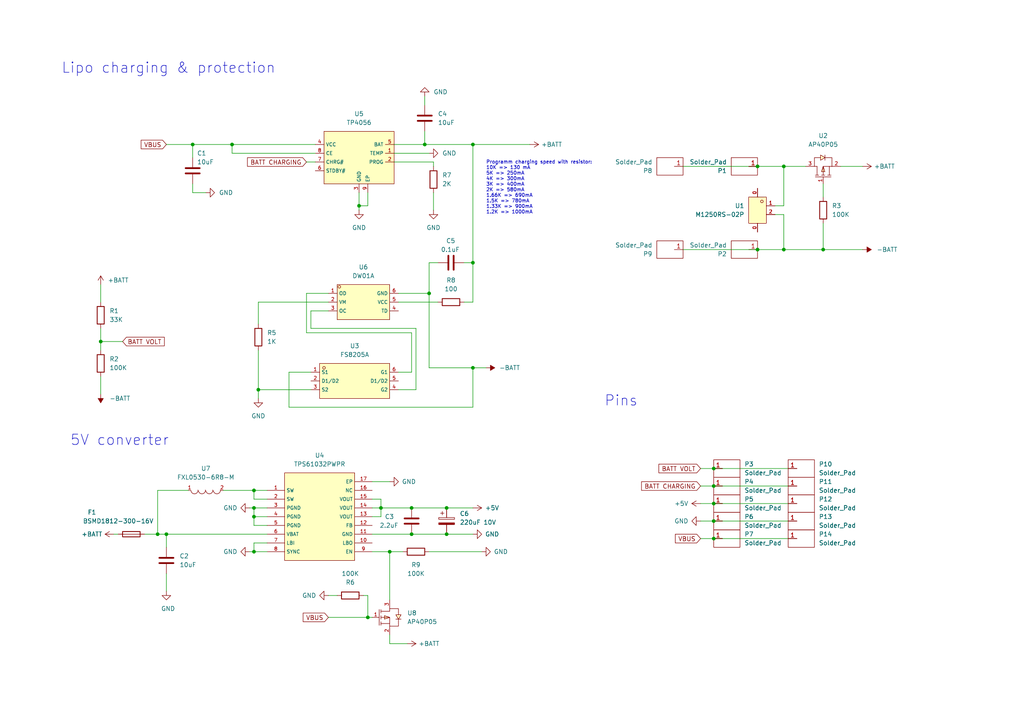
<source format=kicad_sch>
(kicad_sch (version 20211123) (generator eeschema)
  (paper "A4")
  (lib_symbols
    (symbol "Device:0.1uF_0603" (pin_numbers hide) (pin_names (offset 0.254))
      (property "Reference" "C" (at 0.635 2.54 0))
      (property "Value" "0.1uF_0603" (at 0.635 -2.54 0))
      (symbol "0.1uF_0603_0_1"
        (polyline (pts (xy -2.032 -0.762) (xy 2.032 -0.762)) (stroke (width 0.508)))
        (polyline (pts (xy -2.032 0.762) (xy 2.032 0.762)) (stroke (width 0.508)))
      )
      (symbol "0.1uF_0603_1_1"
        (pin passive line (at 0 3.81 270) (length 2.794) (name "~") (number "1"))
        (pin passive line (at 0 -3.81 90) (length 2.794) (name "~") (number "2"))
      )
    )
    (symbol "Device:10uF 0603" (pin_numbers hide) (pin_names (offset 0.254))
      (property "Reference" "C" (at 0.635 2.54 0))
      (property "Value" "10uF 0603" (at 0.635 -2.54 0))
      (symbol "10uF 0603_0_1"
        (polyline (pts (xy -2.032 -0.762) (xy 2.032 -0.762)) (stroke (width 0.508)))
        (polyline (pts (xy -2.032 0.762) (xy 2.032 0.762)) (stroke (width 0.508)))
      )
      (symbol "10uF 0603_1_1"
        (pin passive line (at 0 3.81 270) (length 2.794) (name "~") (number "1"))
        (pin passive line (at 0 -3.81 90) (length 2.794) (name "~") (number "2"))
      )
    )
    (symbol "Device:1K_0603" (pin_numbers hide) (pin_names (offset 0))
      (property "Reference" "R" (at 2.032 0 90))
      (property "Value" "1K_0603" (at 0 0 90))
      (symbol "1K_0603_0_1"
        (rectangle (start -1.016 -2.54) (end 1.016 2.54) (stroke (width 0.254)))
      )
      (symbol "1K_0603_1_1"
        (pin passive line (at 0 3.81 270) (length 1.27) (name "~") (number "1"))
        (pin passive line (at 0 -3.81 90) (length 1.27) (name "~") (number "2"))
      )
    )
    (symbol "Device:220uF 10V 6.3x5.4mm" (pin_numbers hide) (pin_names (offset 0.254))
      (property "Reference" "C" (at 0.635 2.54 0))
      (property "Value" "220uF 10V 6.3x5.4mm" (at 0.635 -2.54 0))
      (symbol "220uF 10V 6.3x5.4mm_0_1"
        (rectangle (start -2.286 0.508) (end 2.286 1.016))
        (polyline (pts (xy -1.778 2.286) (xy -0.762 2.286)))
        (polyline (pts (xy -1.27 2.794) (xy -1.27 1.778)))
        (rectangle (start 2.286 -0.508) (end -2.286 -1.016) (fill (type outline)))
      )
      (symbol "220uF 10V 6.3x5.4mm_1_1"
        (pin passive line (at 0 3.81 270) (length 2.794) (name "~") (number "1"))
        (pin passive line (at 0 -3.81 90) (length 2.794) (name "~") (number "2"))
      )
    )
    (symbol "Device:C" (pin_numbers hide) (pin_names (offset 0.254))
      (property "Reference" "C" (at 0.635 2.54 0))
      (property "Value" "C" (at 0.635 -2.54 0))
      (symbol "C_0_1"
        (polyline (pts (xy -2.032 -0.762) (xy 2.032 -0.762)) (stroke (width 0.508)))
        (polyline (pts (xy -2.032 0.762) (xy 2.032 0.762)) (stroke (width 0.508)))
      )
      (symbol "C_1_1"
        (pin passive line (at 0 3.81 270) (length 2.794) (name "~") (number "1"))
        (pin passive line (at 0 -3.81 90) (length 2.794) (name "~") (number "2"))
      )
    )
    (symbol "Device:Fuse" (pin_numbers hide) (pin_names (offset 0))
      (property "Reference" "F" (at 2.032 0 90))
      (property "Value" "Fuse" (at -1.905 0 90))
      (symbol "Fuse_0_1"
        (rectangle (start -0.762 -2.54) (end 0.762 2.54) (stroke (width 0.254)))
        (polyline (pts (xy 0 2.54) (xy 0 -2.54)))
      )
      (symbol "Fuse_1_1"
        (pin passive line (at 0 3.81 270) (length 1.27) (name "~") (number "1"))
        (pin passive line (at 0 -3.81 90) (length 1.27) (name "~") (number "2"))
      )
    )
    (symbol "Device:R" (pin_numbers hide) (pin_names (offset 0))
      (property "Reference" "R" (at 2.032 0 90))
      (property "Value" "R" (at 0 0 90))
      (symbol "R_0_1"
        (rectangle (start -1.016 -2.54) (end 1.016 2.54) (stroke (width 0.254)))
      )
      (symbol "R_1_1"
        (pin passive line (at 0 3.81 270) (length 1.27) (name "~") (number "1"))
        (pin passive line (at 0 -3.81 90) (length 1.27) (name "~") (number "2"))
      )
    )
    (symbol "MyParts:AP40P05" (pin_names hide)
      (property "Reference" "U" (at -6.35 6.35 0))
      (property "Value" "AP40P05" (at -6.35 2.54 0))
      (symbol "AP40P05_0_0"
        (polyline (pts (xy -3.048 1.016) (xy -3.048 -3.556)))
        (polyline (pts (xy -2.54 -3.556) (xy -2.54 -2.54)))
        (polyline (pts (xy -2.54 -1.778) (xy -2.54 -0.762)))
        (polyline (pts (xy -2.54 0) (xy -2.54 1.016)))
        (polyline (pts (xy 0 -3.048) (xy -2.54 -3.048)))
        (polyline (pts (xy 0 0.508) (xy -2.54 0.508)))
        (polyline (pts (xy -2.54 -1.27) (xy 0 -1.27) (xy 0 -3.81)))
        (polyline (pts (xy 0 -3.81) (xy 2.54 -3.81) (xy 2.54 -1.778)))
        (polyline (pts (xy 0 -1.27) (xy -1.524 -0.762) (xy -1.524 -1.778) (xy 0 -1.27)) (fill (type background)))
        (polyline (pts (xy 0 0.508) (xy 0 1.27) (xy 2.54 1.27) (xy 2.54 -0.508)))
        (polyline (pts (xy 2.54 -1.778) (xy 3.302 -0.508) (xy 1.778 -0.508) (xy 2.54 -1.778)) (fill (type background)))
        (polyline (pts (xy 3.302 -1.778) (xy 3.048 -1.778) (xy 2.032 -1.778) (xy 1.778 -1.778)))
        (pin unspecified line (at -5.08 -1.27 0) (length 2.032) (name "G") (number "1"))
        (pin unspecified line (at 0 -6.35 90) (length 2.54) (name "S") (number "2"))
        (pin unspecified line (at 0 3.81 270) (length 2.54) (name "D") (number "3"))
      )
    )
    (symbol "MyParts:DW01A"
      (property "Reference" "U" (at 0 8.89 0))
      (property "Value" "DW01A" (at 0 6.35 0))
      (symbol "DW01A_0_0"
        (rectangle (start -7.62 5.08) (end 7.62 -5.08) (fill (type background)))
        (circle (center -6.985 4.445) (radius 0.381) (fill (type background)))
        (pin unspecified line (at -10.16 2.54 0) (length 2.54) (name "OD") (number "1"))
        (pin unspecified line (at -10.16 0 0) (length 2.54) (name "VM") (number "2"))
        (pin unspecified line (at -10.16 -2.54 0) (length 2.54) (name "OC") (number "3"))
        (pin unspecified line (at 10.16 -2.54 180) (length 2.54) (name "TD") (number "4"))
        (pin unspecified line (at 10.16 0 180) (length 2.54) (name "VCC") (number "5"))
        (pin unspecified line (at 10.16 2.54 180) (length 2.54) (name "GND") (number "6"))
      )
    )
    (symbol "MyParts:FS8205A"
      (property "Reference" "U" (at 0 10.16 0))
      (property "Value" "FS8205A" (at 0 7.62 0))
      (symbol "FS8205A_0_0"
        (rectangle (start -10.16 5.08) (end 10.16 -5.08) (fill (type background)))
        (circle (center -8.89 3.81) (radius 0.381) (fill (type background)))
        (pin unspecified line (at -12.7 2.54 0) (length 2.54) (name "S1") (number "1"))
        (pin unspecified line (at -12.7 0 0) (length 2.54) (name "D1/D2") (number "2"))
        (pin unspecified line (at -12.7 -2.54 0) (length 2.54) (name "S2") (number "3"))
        (pin unspecified line (at 12.7 -2.54 180) (length 2.54) (name "G2") (number "4"))
        (pin unspecified line (at 12.7 0 180) (length 2.54) (name "D1/D2") (number "5"))
        (pin unspecified line (at 12.7 2.54 180) (length 2.54) (name "G1") (number "6"))
      )
    )
    (symbol "MyParts:FXL0530-6R8-M" (pin_names hide)
      (property "Reference" "U" (at 0 1.27 0))
      (property "Value" "FXL0530-6R8-M" (at 0 -2.54 0))
      (symbol "FXL0530-6R8-M_0_0"
        (arc (start -4.2859 -12.801) (mid -3.1591 -13.6924) (end -2.2676 -12.5655))
        (arc (start -2.1312 -12.8003) (mid -1.0043 -13.6919) (end -0.1129 -12.5649))
        (arc (start 0.0194 -12.8003) (mid 1.1463 -13.6919) (end 2.0377 -12.5649))
        (arc (start 2.2122 -12.8008) (mid 3.3391 -13.6924) (end 4.2305 -12.5654))
        (pin unspecified line (at -5.08 -12.7 0) (length 0.762) (name "1") (number "1"))
        (pin unspecified line (at 5.08 -12.7 180) (length 0.762) (name "2") (number "2"))
      )
    )
    (symbol "MyParts:M1250RS-02P" (pin_names hide)
      (property "Reference" "U" (at 0 1.27 0))
      (property "Value" "M1250RS-02P" (at 0 -2.54 0))
      (symbol "M1250RS-02P_0_0"
        (rectangle (start -5.08 -10.16) (end 0 -17.78) (fill (type background)))
        (circle (center -3.81 -11.43) (radius 0.381) (fill (type background)))
        (pin unspecified line (at -2.54 -20.32 90) (length 2.54) (name "0") (number "0"))
        (pin unspecified line (at -2.54 -7.62 270) (length 2.54) (name "0") (number "0"))
        (pin unspecified line (at -7.62 -12.7 0) (length 2.54) (name "1") (number "1"))
        (pin unspecified line (at -7.62 -15.24 0) (length 2.54) (name "2") (number "2"))
      )
    )
    (symbol "MyParts:Solder_Pad"
      (property "Reference" "P" (at 0 3.81 0))
      (property "Value" "Solder_Pad" (at 0 -2.54 0))
      (symbol "Solder_Pad_0_1"
        (rectangle (start 0 2.54) (end 7.62 -2.54) (stroke (width 0.1524)))
      )
      (symbol "Solder_Pad_1_1"
        (pin bidirectional line (at 0 0 0) (length 2.54) (name "") (number "1"))
      )
    )
    (symbol "MyParts:TP4056"
      (property "Reference" "U" (at 0 12.7 0))
      (property "Value" "TP4056" (at 0 10.16 0))
      (symbol "TP4056_0_0"
        (rectangle (start -10.16 7.62) (end 10.16 -7.62) (fill (type background)))
        (pin unspecified line (at 10.16 1.27 180) (length 2.54) (name "TEMP") (number "1"))
        (pin unspecified line (at 10.16 -1.27 180) (length 2.54) (name "PROG") (number "2"))
        (pin unspecified line (at 0 -10.16 90) (length 2.54) (name "GND") (number "3"))
        (pin unspecified line (at -12.7 3.81 0) (length 2.54) (name "VCC") (number "4"))
        (pin unspecified line (at 10.16 3.81 180) (length 2.54) (name "BAT") (number "5"))
        (pin unspecified line (at -12.7 -3.81 0) (length 2.54) (name "STDBY#") (number "6"))
        (pin unspecified line (at -12.7 -1.27 0) (length 2.54) (name "CHRG#") (number "7"))
        (pin unspecified line (at -12.7 1.27 0) (length 2.54) (name "CE") (number "8"))
        (pin unspecified line (at 2.54 -10.16 90) (length 2.54) (name "EP") (number "9"))
      )
    )
    (symbol "MyParts:TPS61032PWPR"
      (property "Reference" "U" (at 0 1.27 0))
      (property "Value" "TPS61032PWPR" (at 0 -2.54 0))
      (symbol "TPS61032PWPR_0_0"
        (rectangle (start -10.16 0) (end 10.16 -25.4) (fill (type background)))
        (pin unspecified line (at -15.24 -5.08 0) (length 5.08) (name "SW") (number "1"))
        (pin unspecified line (at 15.24 -20.32 180) (length 5.08) (name "LBO") (number "10"))
        (pin unspecified line (at 15.24 -17.78 180) (length 5.08) (name "GND") (number "11"))
        (pin unspecified line (at 15.24 -15.24 180) (length 5.08) (name "FB") (number "12"))
        (pin unspecified line (at 15.24 -12.7 180) (length 5.08) (name "VOUT") (number "13"))
        (pin unspecified line (at 15.24 -10.16 180) (length 5.08) (name "VOUT") (number "14"))
        (pin unspecified line (at 15.24 -7.62 180) (length 5.08) (name "VOUT") (number "15"))
        (pin unspecified line (at 15.24 -5.08 180) (length 5.08) (name "NC") (number "16"))
        (pin unspecified line (at 15.24 -2.54 180) (length 5.08) (name "EP") (number "17"))
        (pin unspecified line (at -15.24 -7.62 0) (length 5.08) (name "SW") (number "2"))
        (pin unspecified line (at -15.24 -10.16 0) (length 5.08) (name "PGND") (number "3"))
        (pin unspecified line (at -15.24 -12.7 0) (length 5.08) (name "PGND") (number "4"))
        (pin unspecified line (at -15.24 -15.24 0) (length 5.08) (name "PGND") (number "5"))
        (pin unspecified line (at -15.24 -17.78 0) (length 5.08) (name "VBAT") (number "6"))
        (pin unspecified line (at -15.24 -20.32 0) (length 5.08) (name "LBI") (number "7"))
        (pin unspecified line (at -15.24 -22.86 0) (length 5.08) (name "SYNC") (number "8"))
        (pin unspecified line (at 15.24 -22.86 180) (length 5.08) (name "EN") (number "9"))
      )
    )
    (symbol "power:+5V" (power) (pin_names (offset 0))
      (property "Value" "+5V" (at 0 3.556 0))
      (symbol "+5V_0_1"
        (polyline (pts (xy -0.762 1.27) (xy 0 2.54)))
        (polyline (pts (xy 0 0) (xy 0 2.54)))
        (polyline (pts (xy 0 2.54) (xy 0.762 1.27)))
      )
      (symbol "+5V_1_1"
        (pin power_in line (at 0 0 90) (length 0) hide (name "+5V") (number "1"))
      )
    )
    (symbol "power:+BATT" (power) (pin_names (offset 0))
      (property "Value" "+BATT" (at 0 3.556 0))
      (symbol "+BATT_0_1"
        (polyline (pts (xy -0.762 1.27) (xy 0 2.54)))
        (polyline (pts (xy 0 0) (xy 0 2.54)))
        (polyline (pts (xy 0 2.54) (xy 0.762 1.27)))
      )
      (symbol "+BATT_1_1"
        (pin power_in line (at 0 0 90) (length 0) hide (name "+BATT") (number "1"))
      )
    )
    (symbol "power:-BATT" (power) (pin_names (offset 0))
      (property "Value" "-BATT" (at 0 3.556 0))
      (symbol "-BATT_0_1"
        (polyline (pts (xy 0 0) (xy 0 2.54)))
        (polyline (pts (xy 0.762 1.27) (xy -0.762 1.27) (xy 0 2.54) (xy 0.762 1.27)) (fill (type outline)))
      )
      (symbol "-BATT_1_1"
        (pin power_in line (at 0 0 90) (length 0) hide (name "-BATT") (number "1"))
      )
    )
    (symbol "power:GND" (power) (pin_names (offset 0))
      (property "Value" "GND" (at 0 -3.81 0))
      (symbol "GND_0_1"
        (polyline (pts (xy 0 0) (xy 0 -1.27) (xy 1.27 -1.27) (xy 0 -2.54) (xy -1.27 -1.27) (xy 0 -1.27)))
      )
      (symbol "GND_1_1"
        (pin power_in line (at 0 0 270) (length 0) hide (name "GND") (number "1"))
      )
    )
  )
  (junction (at 219.71 48.26))
  (junction (at 74.93 113.03))
  (junction (at 110.49 147.32))
  (junction (at 104.14 59.69))
  (junction (at 119.38 147.32))
  (junction (at 73.66 147.32))
  (junction (at 207.01 135.89))
  (junction (at 129.54 154.94))
  (junction (at 29.21 99.06))
  (junction (at 106.68 179.07))
  (junction (at 119.38 154.94))
  (junction (at 113.03 160.02))
  (junction (at 73.66 160.02))
  (junction (at 55.88 41.91))
  (junction (at 227.33 48.26))
  (junction (at 123.19 41.91))
  (junction (at 207.01 151.13))
  (junction (at 207.01 146.05))
  (junction (at 207.01 140.97))
  (junction (at 137.16 76.2))
  (junction (at 219.71 72.39))
  (junction (at 137.16 41.91))
  (junction (at 124.46 85.09))
  (junction (at 73.66 142.24))
  (junction (at 48.26 154.94))
  (junction (at 207.01 156.21))
  (junction (at 227.33 72.39))
  (junction (at 73.66 149.86))
  (junction (at 238.76 72.39))
  (junction (at 129.54 147.32))
  (junction (at 137.16 106.68))
  (junction (at 67.31 41.91))
  (junction (at 45.72 154.94))
  (wire (pts (xy 95.25 172.72) (xy 97.79 172.72)))
  (wire (pts (xy 77.47 152.4) (xy 73.66 152.4)))
  (wire (pts (xy 74.93 113.03) (xy 74.93 115.57)))
  (wire (pts (xy 207.01 140.97) (xy 228.6 140.97)))
  (wire (pts (xy 54.61 142.24) (xy 45.72 142.24)))
  (wire (pts (xy 90.17 95.25) (xy 120.65 95.25)))
  (wire (pts (xy 227.33 48.26) (xy 219.71 48.26)))
  (wire (pts (xy 48.26 166.37) (xy 48.26 171.45)))
  (wire (pts (xy 238.76 53.34) (xy 238.76 57.15)))
  (wire (pts (xy 67.31 44.45) (xy 67.31 41.91)))
  (wire (pts (xy 118.11 186.69) (xy 113.03 186.69)))
  (wire (pts (xy 124.46 76.2) (xy 124.46 85.09)))
  (wire (pts (xy 238.76 72.39) (xy 238.76 64.77)))
  (wire (pts (xy 107.95 139.7) (xy 113.03 139.7)))
  (wire (pts (xy 74.93 113.03) (xy 90.17 113.03)))
  (wire (pts (xy 29.21 99.06) (xy 35.56 99.06)))
  (wire (pts (xy 95.25 90.17) (xy 90.17 90.17)))
  (wire (pts (xy 110.49 147.32) (xy 119.38 147.32)))
  (wire (pts (xy 137.16 41.91) (xy 153.67 41.91)))
  (wire (pts (xy 104.14 59.69) (xy 104.14 60.96)))
  (wire (pts (xy 106.68 59.69) (xy 104.14 59.69)))
  (wire (pts (xy 88.9 85.09) (xy 95.25 85.09)))
  (wire (pts (xy 77.47 144.78) (xy 73.66 144.78)))
  (wire (pts (xy 29.21 109.22) (xy 29.21 114.3)))
  (wire (pts (xy 106.68 172.72) (xy 106.68 179.07)))
  (wire (pts (xy 29.21 95.25) (xy 29.21 99.06)))
  (wire (pts (xy 77.47 149.86) (xy 73.66 149.86)))
  (wire (pts (xy 137.16 106.68) (xy 124.46 106.68)))
  (wire (pts (xy 73.66 147.32) (xy 77.47 147.32)))
  (wire (pts (xy 203.2 146.05) (xy 207.01 146.05)))
  (wire (pts (xy 124.46 160.02) (xy 139.7 160.02)))
  (wire (pts (xy 67.31 44.45) (xy 91.44 44.45)))
  (wire (pts (xy 110.49 149.86) (xy 110.49 147.32)))
  (wire (pts (xy 29.21 99.06) (xy 29.21 101.6)))
  (wire (pts (xy 74.93 101.6) (xy 74.93 113.03)))
  (wire (pts (xy 95.25 87.63) (xy 74.93 87.63)))
  (wire (pts (xy 29.21 82.55) (xy 29.21 87.63)))
  (wire (pts (xy 227.33 72.39) (xy 238.76 72.39)))
  (wire (pts (xy 119.38 154.94) (xy 129.54 154.94)))
  (wire (pts (xy 219.71 48.26) (xy 198.12 48.26)))
  (wire (pts (xy 64.77 142.24) (xy 73.66 142.24)))
  (wire (pts (xy 140.97 106.68) (xy 137.16 106.68)))
  (wire (pts (xy 90.17 90.17) (xy 90.17 95.25)))
  (wire (pts (xy 73.66 160.02) (xy 77.47 160.02)))
  (wire (pts (xy 114.3 44.45) (xy 124.46 44.45)))
  (wire (pts (xy 41.91 154.94) (xy 45.72 154.94)))
  (wire (pts (xy 227.33 62.23) (xy 227.33 72.39)))
  (wire (pts (xy 123.19 41.91) (xy 123.19 38.1)))
  (wire (pts (xy 77.47 157.48) (xy 73.66 157.48)))
  (wire (pts (xy 227.33 48.26) (xy 233.68 48.26)))
  (wire (pts (xy 238.76 72.39) (xy 250.19 72.39)))
  (wire (pts (xy 72.39 160.02) (xy 73.66 160.02)))
  (wire (pts (xy 115.57 85.09) (xy 124.46 85.09)))
  (wire (pts (xy 73.66 157.48) (xy 73.66 160.02)))
  (wire (pts (xy 88.9 96.52) (xy 88.9 85.09)))
  (wire (pts (xy 83.82 107.95) (xy 90.17 107.95)))
  (wire (pts (xy 115.57 113.03) (xy 120.65 113.03)))
  (wire (pts (xy 120.65 95.25) (xy 120.65 113.03)))
  (wire (pts (xy 134.62 87.63) (xy 137.16 87.63)))
  (wire (pts (xy 113.03 186.69) (xy 113.03 184.15)))
  (wire (pts (xy 106.68 179.07) (xy 107.95 179.07)))
  (wire (pts (xy 224.79 62.23) (xy 227.33 62.23)))
  (wire (pts (xy 107.95 160.02) (xy 113.03 160.02)))
  (wire (pts (xy 243.84 48.26) (xy 250.19 48.26)))
  (wire (pts (xy 219.71 72.39) (xy 198.12 72.39)))
  (wire (pts (xy 45.72 142.24) (xy 45.72 154.94)))
  (wire (pts (xy 106.68 55.88) (xy 106.68 59.69)))
  (wire (pts (xy 107.95 147.32) (xy 110.49 147.32)))
  (wire (pts (xy 55.88 41.91) (xy 67.31 41.91)))
  (wire (pts (xy 129.54 154.94) (xy 137.16 154.94)))
  (wire (pts (xy 114.3 46.99) (xy 125.73 46.99)))
  (wire (pts (xy 134.62 76.2) (xy 137.16 76.2)))
  (wire (pts (xy 73.66 144.78) (xy 73.66 142.24)))
  (wire (pts (xy 137.16 118.11) (xy 137.16 106.68)))
  (wire (pts (xy 115.57 107.95) (xy 119.38 107.95)))
  (wire (pts (xy 119.38 96.52) (xy 88.9 96.52)))
  (wire (pts (xy 207.01 156.21) (xy 228.6 156.21)))
  (wire (pts (xy 73.66 152.4) (xy 73.66 149.86)))
  (wire (pts (xy 203.2 151.13) (xy 207.01 151.13)))
  (wire (pts (xy 45.72 154.94) (xy 48.26 154.94)))
  (wire (pts (xy 107.95 144.78) (xy 110.49 144.78)))
  (wire (pts (xy 83.82 118.11) (xy 137.16 118.11)))
  (wire (pts (xy 95.25 179.07) (xy 106.68 179.07)))
  (wire (pts (xy 123.19 27.94) (xy 123.19 30.48)))
  (wire (pts (xy 123.19 41.91) (xy 137.16 41.91)))
  (wire (pts (xy 203.2 140.97) (xy 207.01 140.97)))
  (wire (pts (xy 105.41 172.72) (xy 106.68 172.72)))
  (wire (pts (xy 73.66 142.24) (xy 77.47 142.24)))
  (wire (pts (xy 137.16 41.91) (xy 137.16 76.2)))
  (wire (pts (xy 207.01 146.05) (xy 228.6 146.05)))
  (wire (pts (xy 55.88 41.91) (xy 55.88 45.72)))
  (wire (pts (xy 48.26 41.91) (xy 55.88 41.91)))
  (wire (pts (xy 127 76.2) (xy 124.46 76.2)))
  (wire (pts (xy 67.31 41.91) (xy 91.44 41.91)))
  (wire (pts (xy 113.03 160.02) (xy 113.03 173.99)))
  (wire (pts (xy 104.14 55.88) (xy 104.14 59.69)))
  (wire (pts (xy 137.16 76.2) (xy 137.16 87.63)))
  (wire (pts (xy 119.38 147.32) (xy 129.54 147.32)))
  (wire (pts (xy 227.33 48.26) (xy 227.33 59.69)))
  (wire (pts (xy 55.88 55.88) (xy 59.69 55.88)))
  (wire (pts (xy 114.3 41.91) (xy 123.19 41.91)))
  (wire (pts (xy 72.39 147.32) (xy 73.66 147.32)))
  (wire (pts (xy 74.93 87.63) (xy 74.93 93.98)))
  (wire (pts (xy 203.2 156.21) (xy 207.01 156.21)))
  (wire (pts (xy 48.26 154.94) (xy 77.47 154.94)))
  (wire (pts (xy 119.38 107.95) (xy 119.38 96.52)))
  (wire (pts (xy 125.73 46.99) (xy 125.73 48.26)))
  (wire (pts (xy 115.57 87.63) (xy 127 87.63)))
  (wire (pts (xy 203.2 135.89) (xy 207.01 135.89)))
  (wire (pts (xy 113.03 160.02) (xy 116.84 160.02)))
  (wire (pts (xy 124.46 106.68) (xy 124.46 85.09)))
  (wire (pts (xy 73.66 149.86) (xy 73.66 147.32)))
  (wire (pts (xy 129.54 147.32) (xy 137.16 147.32)))
  (wire (pts (xy 207.01 135.89) (xy 228.6 135.89)))
  (wire (pts (xy 33.02 154.94) (xy 34.29 154.94)))
  (wire (pts (xy 110.49 144.78) (xy 110.49 147.32)))
  (wire (pts (xy 125.73 55.88) (xy 125.73 60.96)))
  (wire (pts (xy 224.79 59.69) (xy 227.33 59.69)))
  (wire (pts (xy 107.95 149.86) (xy 110.49 149.86)))
  (wire (pts (xy 88.9 46.99) (xy 91.44 46.99)))
  (wire (pts (xy 207.01 151.13) (xy 228.6 151.13)))
  (wire (pts (xy 55.88 53.34) (xy 55.88 55.88)))
  (wire (pts (xy 48.26 154.94) (xy 48.26 158.75)))
  (wire (pts (xy 107.95 154.94) (xy 119.38 154.94)))
  (wire (pts (xy 83.82 118.11) (xy 83.82 107.95)))
  (wire (pts (xy 219.71 72.39) (xy 227.33 72.39)))
  (text "Lipo charging & protection" (at 17.78 21.59 0) (effects (font (size 3 3)) (justify left bottom)))
  (text "Pins" (at 175.26 118.11 0) (effects (font (size 3 3)) (justify left bottom)))
  (text "Programm charging speed with resistor:\n10K => 130 mA \n5K => 250mA\n4K => 300mA\n3K => 400mA \n2K => 580mA \n1.66K => 690mA\n1.5K => 780mA \n1.33K => 900mA\n1.2K => 1000mA" (at 140.97 62.23 0) (effects (font (size 1 1)) (justify left bottom)))
  (text "5V converter" (at 20.32 129.54 0) (effects (font (size 3 3)) (justify left bottom)))
  (global_label "VBUS" (shape input) (at 95.25 179.07 180) (property "Intersheet References" "${INTERSHEET_REFS}" (effects hide)))
  (global_label "BATT VOLT" (shape input) (at 35.56 99.06 0) (property "Intersheet References" "${INTERSHEET_REFS}" (effects hide)))
  (global_label "BATT CHARGING" (shape input) (at 88.9 46.99 180) (property "Intersheet References" "${INTERSHEET_REFS}" (effects hide)))
  (global_label "BATT CHARGING" (shape input) (at 203.2 140.97 180) (property "Intersheet References" "${INTERSHEET_REFS}" (effects hide)))
  (global_label "VBUS" (shape input) (at 48.26 41.91 180) (property "Intersheet References" "${INTERSHEET_REFS}" (effects hide)))
  (global_label "BATT VOLT" (shape input) (at 203.2 135.89 180) (property "Intersheet References" "${INTERSHEET_REFS}" (effects hide)))
  (global_label "VBUS" (shape input) (at 203.2 156.21 180) (property "Intersheet References" "${INTERSHEET_REFS}" (effects hide)))
  (symbol (lib_id "power:+BATT") (at 250.19 48.26 270) (mirror x) (unit 1)
    (property "Reference" "#PWR0119" (effects hide))
    (property "Value" "+BATT" (at 256.54 48.26 90))
  )
  (symbol (lib_id "power:GND") (at 125.73 60.96 0) (unit 1)
    (property "Reference" "#PWR0110" (effects hide))
    (property "Value" "GND" (at 125.73 66.04 0))
  )
  (symbol (lib_id "MyParts:Solder_Pad") (at 228.6 151.13 0) (unit 1)
    (property "Reference" "P13" (at 237.49 149.8599 0) (effects (justify left)))
    (property "Value" "Solder_Pad" (at 237.49 152.3999 0) (effects (justify left)))
    (property "Footprint" "footprint:Solder pad" (effects hide))
  )
  (symbol (lib_id "power:GND") (at 113.03 139.7 90) (mirror x) (unit 1)
    (property "Reference" "#PWR0103" (effects hide))
    (property "Value" "GND" (at 120.65 139.7 90) (effects (justify left)))
  )
  (symbol (lib_id "Device:R") (at 29.21 91.44 180) (unit 1)
    (property "Reference" "R1" (at 31.75 90.1699 0) (effects (justify right)))
    (property "Value" "33K" (at 31.75 92.7099 0) (effects (justify right)))
    (property "Footprint" "Resistor_SMD:R_0402_1005Metric" (effects hide))
    (property "LCSC #" "C25779" (effects hide))
  )
  (symbol (lib_id "MyParts:AP40P05") (at 237.49 48.26 90) (unit 1)
    (property "Reference" "U2" (at 238.76 39.37 90))
    (property "Value" "AP40P05" (at 238.76 41.91 90))
    (property "Footprint" "footprint:SOT-23-3_L2.9-W1.3-P1.90-LS2.4-BR" (effects hide))
    (property "Datasheet" "https://www.diodes.com/assets/Package-Files/SOT23.pdf" (effects hide))
    (property "LCSC #" "C2886385" (effects hide))
  )
  (symbol (lib_id "MyParts:Solder_Pad") (at 207.01 146.05 0) (unit 1)
    (property "Reference" "P5" (at 215.9 144.7799 0) (effects (justify left)))
    (property "Value" "Solder_Pad" (at 215.9 147.3199 0) (effects (justify left)))
    (property "Footprint" "footprint:Solder pad" (effects hide))
  )
  (symbol (lib_id "MyParts:Solder_Pad") (at 207.01 135.89 0) (unit 1)
    (property "Reference" "P3" (at 215.9 134.6199 0) (effects (justify left)))
    (property "Value" "Solder_Pad" (at 215.9 137.1599 0) (effects (justify left)))
    (property "Footprint" "footprint:Solder pad" (effects hide))
  )
  (symbol (lib_id "MyParts:Solder_Pad") (at 228.6 146.05 0) (unit 1)
    (property "Reference" "P12" (at 237.49 144.7799 0) (effects (justify left)))
    (property "Value" "Solder_Pad" (at 237.49 147.3199 0) (effects (justify left)))
    (property "Footprint" "footprint:Solder pad" (effects hide))
  )
  (symbol (lib_id "MyParts:FS8205A") (at 102.87 110.49 0) (unit 1)
    (property "Reference" "U3" (at 102.87 100.33 0))
    (property "Value" "FS8205A" (at 102.87 102.87 0))
    (property "Footprint" "footprint:SOT-23-6_L2.9-W1.6-P0.95-LS2.8-BR" (effects hide))
    (property "LCSC #" "C908265" (effects hide))
  )
  (symbol (lib_id "power:+BATT") (at 29.21 82.55 0) (unit 1)
    (property "Reference" "#PWR0116" (effects hide))
    (property "Value" "+BATT" (at 34.29 81.28 0))
  )
  (symbol (lib_id "Device:R") (at 101.6 172.72 270) (unit 1)
    (property "Reference" "R6" (at 101.6 168.91 90))
    (property "Value" "100K" (at 101.6 166.37 90))
    (property "Footprint" "Resistor_SMD:R_0402_1005Metric" (effects hide))
    (property "LCSC #" "C25741" (effects hide))
  )
  (symbol (lib_id "power:GND") (at 72.39 160.02 270) (mirror x) (unit 1)
    (property "Reference" "#PWR0107" (effects hide))
    (property "Value" "GND" (at 64.77 160.02 90) (effects (justify left)))
  )
  (symbol (lib_id "Device:C") (at 48.26 162.56 0) (unit 1)
    (property "Reference" "C2" (at 52.07 161.2899 0) (effects (justify left)))
    (property "Value" "10uF" (at 52.07 163.8299 0) (effects (justify left)))
    (property "Footprint" "Capacitor_SMD:C_0603_1608Metric" (effects hide))
    (property "LCSC #" "C96446" (effects hide))
  )
  (symbol (lib_id "Device:Fuse") (at 38.1 154.94 90) (unit 1)
    (property "Reference" "F1" (at 26.67 148.59 90))
    (property "Value" "BSMD1812-300-16V" (at 34.29 151.13 90))
    (property "Footprint" "Fuse:Fuse_1812_4532Metric_Pad1.30x3.40mm_HandSolder" (effects hide))
    (property "LCSC #" "C883162" (effects hide))
  )
  (symbol (lib_id "power:GND") (at 124.46 44.45 90) (unit 1)
    (property "Reference" "#PWR0111" (effects hide))
    (property "Value" "GND" (at 128.27 44.4499 90) (effects (justify right)))
  )
  (symbol (lib_id "power:GND") (at 137.16 154.94 90) (mirror x) (unit 1)
    (property "Reference" "#PWR0126" (effects hide))
    (property "Value" "GND" (at 144.78 154.94 90) (effects (justify left)))
  )
  (symbol (lib_id "MyParts:Solder_Pad") (at 198.12 48.26 180) (unit 1)
    (property "Reference" "P8" (at 189.23 49.5301 0) (effects (justify left)))
    (property "Value" "Solder_Pad" (at 189.23 46.9901 0) (effects (justify left)))
    (property "Footprint" "footprint:Solder pad" (effects hide))
  )
  (symbol (lib_id "power:GND") (at 139.7 160.02 90) (mirror x) (unit 1)
    (property "Reference" "#PWR0130" (effects hide))
    (property "Value" "GND" (at 147.32 160.02 90) (effects (justify left)))
  )
  (symbol (lib_id "Device:R") (at 120.65 160.02 90) (unit 1)
    (property "Reference" "R9" (at 120.65 163.83 90))
    (property "Value" "100K" (at 120.65 166.37 90))
    (property "Footprint" "Resistor_SMD:R_0402_1005Metric" (effects hide))
    (property "LCSC #" "C25741" (effects hide))
  )
  (symbol (lib_id "power:GND") (at 203.2 151.13 270) (mirror x) (unit 1)
    (property "Reference" "#PWR0125" (effects hide))
    (property "Value" "GND" (at 195.58 151.13 90) (effects (justify left)))
  )
  (symbol (lib_id "Device:10uF 0603") (at 123.19 34.29 180) (unit 1)
    (property "Reference" "C4" (at 127 33.02 0) (effects (justify right)))
    (property "Value" "10uF" (at 127 35.56 0) (effects (justify right)))
    (property "Footprint" "Capacitor_SMD:C_0603_1608Metric" (effects hide))
    (property "LCSC #" "C96446" (effects hide))
  )
  (symbol (lib_id "Device:1K_0603") (at 74.93 97.79 180) (unit 1)
    (property "Reference" "R5" (at 77.47 96.5199 0) (effects (justify right)))
    (property "Value" "1K" (at 77.47 99.0599 0) (effects (justify right)))
    (property "Footprint" "Resistor_SMD:R_0402_1005Metric" (effects hide))
    (property "LCSC #" "C11702" (effects hide))
  )
  (symbol (lib_id "power:GND") (at 104.14 60.96 0) (unit 1)
    (property "Reference" "#PWR0109" (effects hide))
    (property "Value" "GND" (at 104.14 66.04 0))
  )
  (symbol (lib_id "power:GND") (at 74.93 115.57 0) (unit 1)
    (property "Reference" "#PWR0104" (effects hide))
    (property "Value" "GND" (at 74.93 120.65 0))
  )
  (symbol (lib_id "Device:0.1uF_0603") (at 119.38 151.13 180) (unit 1)
    (property "Reference" "C3" (at 114.3 149.86 0) (effects (justify left)))
    (property "Value" "2.2uF" (at 115.57 152.4 0) (effects (justify left)))
    (property "Footprint" "Capacitor_SMD:C_0603_1608Metric" (effects hide))
    (property "LCSC #" "C23630" (effects hide))
  )
  (symbol (lib_id "MyParts:Solder_Pad") (at 228.6 156.21 0) (unit 1)
    (property "Reference" "P14" (at 237.49 154.9399 0) (effects (justify left)))
    (property "Value" "Solder_Pad" (at 237.49 157.4799 0) (effects (justify left)))
    (property "Footprint" "footprint:Solder pad" (effects hide))
  )
  (symbol (lib_id "power:-BATT") (at 29.21 114.3 180) (unit 1)
    (property "Reference" "#PWR0117" (effects hide))
    (property "Value" "-BATT" (at 31.75 115.5699 0) (effects (justify right)))
  )
  (symbol (lib_id "Device:R") (at 29.21 105.41 180) (unit 1)
    (property "Reference" "R2" (at 31.75 104.1399 0) (effects (justify right)))
    (property "Value" "100K" (at 31.75 106.6799 0) (effects (justify right)))
    (property "Footprint" "Resistor_SMD:R_0402_1005Metric" (effects hide))
    (property "LCSC #" "C25741" (effects hide))
  )
  (symbol (lib_id "Device:R") (at 130.81 87.63 90) (unit 1)
    (property "Reference" "R8" (at 130.81 81.28 90))
    (property "Value" "100" (at 130.81 83.82 90))
    (property "Footprint" "Resistor_SMD:R_0402_1005Metric" (effects hide))
    (property "LCSC #" "C25076" (effects hide))
  )
  (symbol (lib_id "power:+BATT") (at 153.67 41.91 270) (unit 1)
    (property "Reference" "#PWR0112" (effects hide))
    (property "Value" "+BATT" (at 160.02 41.91 90))
  )
  (symbol (lib_id "Device:0.1uF_0603") (at 130.81 76.2 90) (unit 1)
    (property "Reference" "C5" (at 132.08 69.85 90) (effects (justify left)))
    (property "Value" "0.1uF" (at 133.35 72.39 90) (effects (justify left)))
    (property "Footprint" "Capacitor_SMD:C_0402_1005Metric" (effects hide))
    (property "LCSC #" "C1525" (effects hide))
  )
  (symbol (lib_id "power:+5V") (at 137.16 147.32 270) (unit 1)
    (property "Reference" "#PWR0108" (effects hide))
    (property "Value" "+5V" (at 144.78 147.32 90) (effects (justify right)))
  )
  (symbol (lib_id "MyParts:M1250RS-02P") (at 217.17 46.99 0) (mirror y) (unit 1)
    (property "Reference" "U1" (at 215.9 59.6899 0) (effects (justify left)))
    (property "Value" "M1250RS-02P" (at 215.9 62.2299 0) (effects (justify left)))
    (property "Footprint" "footprint:CONN-SMD_2P-P1.25_L4.4-W7.4" (effects hide))
    (property "LCSC #" "C481424" (effects hide))
  )
  (symbol (lib_id "MyParts:Solder_Pad") (at 219.71 72.39 180) (unit 1)
    (property "Reference" "P2" (at 210.82 73.6601 0) (effects (justify left)))
    (property "Value" "Solder_Pad" (at 210.82 71.1201 0) (effects (justify left)))
    (property "Footprint" "footprint:Solder pad" (effects hide))
  )
  (symbol (lib_id "MyParts:Solder_Pad") (at 207.01 151.13 0) (unit 1)
    (property "Reference" "P6" (at 215.9 149.8599 0) (effects (justify left)))
    (property "Value" "Solder_Pad" (at 215.9 152.3999 0) (effects (justify left)))
    (property "Footprint" "footprint:Solder pad" (effects hide))
  )
  (symbol (lib_id "power:+BATT") (at 33.02 154.94 90) (unit 1)
    (property "Reference" "#PWR0102" (effects hide))
    (property "Value" "+BATT" (at 26.67 154.94 90))
  )
  (symbol (lib_id "power:GND") (at 59.69 55.88 90) (unit 1)
    (property "Reference" "#PWR0115" (effects hide))
    (property "Value" "GND" (at 63.5 55.8799 90) (effects (justify right)))
  )
  (symbol (lib_id "MyParts:AP40P05") (at 113.03 177.8 0) (unit 1)
    (property "Reference" "U8" (at 118.11 177.7999 0) (effects (justify left)))
    (property "Value" "AP40P05" (at 118.11 180.3399 0) (effects (justify left)))
    (property "Footprint" "footprint:SOT-23-3_L2.9-W1.3-P1.90-LS2.4-BR" (effects hide))
    (property "LCSC #" "C2886385" (effects hide))
  )
  (symbol (lib_id "MyParts:TP4056") (at 104.14 45.72 0) (unit 1)
    (property "Reference" "U5" (at 104.14 33.02 0))
    (property "Value" "TP4056" (at 104.14 35.56 0))
    (property "Footprint" "footprint:ESOP-8_L4.9-W3.9-P1.27-LS6.0-BL-EP" (effects hide))
    (property "LCSC #" "C382139" (effects hide))
  )
  (symbol (lib_id "power:GND") (at 72.39 147.32 270) (mirror x) (unit 1)
    (property "Reference" "#PWR0105" (effects hide))
    (property "Value" "GND" (at 64.77 147.32 90) (effects (justify left)))
  )
  (symbol (lib_id "Device:R") (at 125.73 52.07 0) (unit 1)
    (property "Reference" "R7" (at 128.27 50.7999 0) (effects (justify left)))
    (property "Value" "2K" (at 128.27 53.3399 0) (effects (justify left)))
    (property "Footprint" "Resistor_SMD:R_0402_1005Metric" (effects hide))
    (property "LCSC #" "C4109" (effects hide))
  )
  (symbol (lib_id "Device:220uF 10V 6.3x5.4mm") (at 129.54 151.13 0) (unit 1)
    (property "Reference" "C6" (at 133.35 148.9709 0) (effects (justify left)))
    (property "Value" "220uF 10V" (at 133.35 151.5109 0) (effects (justify left)))
    (property "Footprint" "Capacitor_SMD:CP_Elec_6.3x5.4" (effects hide))
    (property "LCSC #" "C267466" (effects hide))
  )
  (symbol (lib_id "MyParts:Solder_Pad") (at 219.71 48.26 180) (unit 1)
    (property "Reference" "P1" (at 210.82 49.5301 0) (effects (justify left)))
    (property "Value" "Solder_Pad" (at 210.82 46.9901 0) (effects (justify left)))
    (property "Footprint" "footprint:Solder pad" (effects hide))
  )
  (symbol (lib_id "MyParts:TPS61032PWPR") (at 92.71 137.16 0) (unit 1)
    (property "Reference" "U4" (at 92.71 132.08 0))
    (property "Value" "TPS61032PWPR" (at 92.71 134.62 0))
    (property "Footprint" "Package_SO:HTSSOP-16-1EP_4.4x5mm_P0.65mm_EP3.4x5mm_Mask2.46x2.31mm" (effects hide))
    (property "LCSC #" "C88716" (effects hide))
  )
  (symbol (lib_id "power:GND") (at 95.25 172.72 270) (mirror x) (unit 1)
    (property "Reference" "#PWR0106" (effects hide))
    (property "Value" "GND" (at 87.63 172.72 90) (effects (justify left)))
  )
  (symbol (lib_id "MyParts:Solder_Pad") (at 228.6 135.89 0) (unit 1)
    (property "Reference" "P10" (at 237.49 134.6199 0) (effects (justify left)))
    (property "Value" "Solder_Pad" (at 237.49 137.1599 0) (effects (justify left)))
    (property "Footprint" "footprint:Solder pad" (effects hide))
  )
  (symbol (lib_id "MyParts:Solder_Pad") (at 198.12 72.39 180) (unit 1)
    (property "Reference" "P9" (at 189.23 73.6601 0) (effects (justify left)))
    (property "Value" "Solder_Pad" (at 189.23 71.1201 0) (effects (justify left)))
    (property "Footprint" "footprint:Solder pad" (effects hide))
  )
  (symbol (lib_id "power:+5V") (at 203.2 146.05 90) (unit 1)
    (property "Reference" "#PWR0124" (effects hide))
    (property "Value" "+5V" (at 195.58 146.05 90) (effects (justify right)))
  )
  (symbol (lib_id "power:+BATT") (at 118.11 186.69 270) (unit 1)
    (property "Reference" "#PWR0129" (effects hide))
    (property "Value" "+BATT" (at 124.46 186.69 90))
  )
  (symbol (lib_id "MyParts:Solder_Pad") (at 207.01 156.21 0) (unit 1)
    (property "Reference" "P7" (at 215.9 154.9399 0) (effects (justify left)))
    (property "Value" "Solder_Pad" (at 215.9 157.4799 0) (effects (justify left)))
    (property "Footprint" "footprint:Solder pad" (effects hide))
  )
  (symbol (lib_id "power:GND") (at 123.19 27.94 180) (unit 1)
    (property "Reference" "#PWR0114" (effects hide))
    (property "Value" "GND" (at 125.73 26.6699 0) (effects (justify right)))
  )
  (symbol (lib_id "MyParts:FXL0530-6R8-M") (at 59.69 129.54 0) (unit 1)
    (property "Reference" "U7" (at 59.69 135.89 0))
    (property "Value" "FXL0530-6R8-M" (at 59.69 138.43 0))
    (property "Footprint" "footprint:IND-SMD_L5.4-W5.2_FXL0530" (effects hide))
    (property "LCSC #" "C177249" (effects hide))
  )
  (symbol (lib_id "power:-BATT") (at 140.97 106.68 270) (unit 1)
    (property "Reference" "#PWR0113" (effects hide))
    (property "Value" "-BATT" (at 144.78 106.6799 90) (effects (justify left)))
  )
  (symbol (lib_id "MyParts:Solder_Pad") (at 228.6 140.97 0) (unit 1)
    (property "Reference" "P11" (at 237.49 139.6999 0) (effects (justify left)))
    (property "Value" "Solder_Pad" (at 237.49 142.2399 0) (effects (justify left)))
    (property "Footprint" "footprint:Solder pad" (effects hide))
  )
  (symbol (lib_id "Device:10uF 0603") (at 55.88 49.53 180) (unit 1)
    (property "Reference" "C1" (at 57.15 44.45 0) (effects (justify right)))
    (property "Value" "10uF" (at 57.15 46.99 0) (effects (justify right)))
    (property "Footprint" "Capacitor_SMD:C_0603_1608Metric" (effects hide))
    (property "LCSC #" "C96446" (effects hide))
  )
  (symbol (lib_id "power:-BATT") (at 250.19 72.39 270) (mirror x) (unit 1)
    (property "Reference" "#PWR0118" (effects hide))
    (property "Value" "-BATT" (at 260.35 72.39 90) (effects (justify right)))
  )
  (symbol (lib_id "MyParts:Solder_Pad") (at 207.01 140.97 0) (unit 1)
    (property "Reference" "P4" (at 215.9 139.6999 0) (effects (justify left)))
    (property "Value" "Solder_Pad" (at 215.9 142.2399 0) (effects (justify left)))
    (property "Footprint" "footprint:Solder pad" (effects hide))
  )
  (symbol (lib_id "MyParts:DW01A") (at 105.41 87.63 0) (unit 1)
    (property "Reference" "U6" (at 105.41 77.47 0))
    (property "Value" "DW01A" (at 105.41 80.01 0))
    (property "Footprint" "footprint:SOT-23-6_L2.9-W1.6-P0.95-LS2.8-BL" (effects hide))
    (property "LCSC #" "C351410" (effects hide))
  )
  (symbol (lib_id "Device:R") (at 238.76 60.96 180) (unit 1)
    (property "Reference" "R3" (at 241.3 59.6899 0) (effects (justify right)))
    (property "Value" "100K" (at 241.3 62.2299 0) (effects (justify right)))
    (property "Footprint" "Resistor_SMD:R_0402_1005Metric" (effects hide))
    (property "LCSC #" "C25741" (effects hide))
  )
  (symbol (lib_id "power:GND") (at 48.26 171.45 0) (mirror y) (unit 1)
    (property "Reference" "#PWR0101" (effects hide))
    (property "Value" "GND" (at 50.8 176.53 0) (effects (justify left)))
  )
)
</source>
